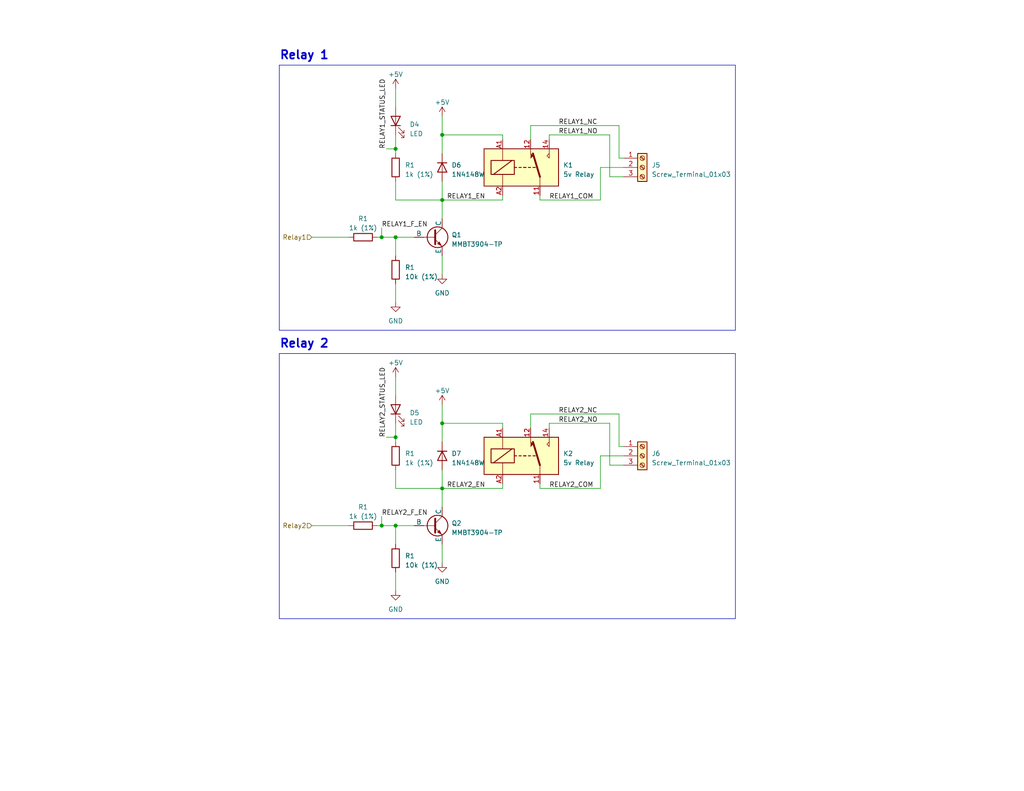
<source format=kicad_sch>
(kicad_sch (version 20230121) (generator eeschema)
  (paper "USLetter")
  (title_block (title "Kwartzlab Environmental Sensor") (date "2023-04-04") (rev "2") (company "Created By: Erin Reed (FireLabs - www.firelabs.ca)"))
  (lib_symbols
    (symbol "Connector:Screw_Terminal_01x03" (pin_names (offset 1.016) hide)
      (property "Reference" "J" (at 0 5.08 0))
      (property "Value" "Screw_Terminal_01x03" (at 0 -5.08 0))
      (symbol "Screw_Terminal_01x03_1_1"
        (rectangle (start -1.27 3.81) (end 1.27 -3.81) (stroke (width 0.254)) (fill (type background)))
        (circle (center 0 -2.54) (radius 0.635) (stroke (width 0.1524)))
        (polyline (pts (xy -0.5334 -2.2098) (xy 0.3302 -3.048)) (stroke (width 0.1524)))
        (polyline (pts (xy -0.5334 0.3302) (xy 0.3302 -0.508)) (stroke (width 0.1524)))
        (polyline (pts (xy -0.5334 2.8702) (xy 0.3302 2.032)) (stroke (width 0.1524)))
        (polyline (pts (xy -0.3556 -2.032) (xy 0.508 -2.8702)) (stroke (width 0.1524)))
        (polyline (pts (xy -0.3556 0.508) (xy 0.508 -0.3302)) (stroke (width 0.1524)))
        (polyline (pts (xy -0.3556 3.048) (xy 0.508 2.2098)) (stroke (width 0.1524)))
        (circle (center 0 0) (radius 0.635) (stroke (width 0.1524)))
        (circle (center 0 2.54) (radius 0.635) (stroke (width 0.1524)))
        (pin passive line (at -5.08 2.54 0) (length 3.81) (name "Pin_1") (number "1"))
        (pin passive line (at -5.08 0 0) (length 3.81) (name "Pin_2") (number "2"))
        (pin passive line (at -5.08 -2.54 0) (length 3.81) (name "Pin_3") (number "3"))
      )
    )
    (symbol "Device:D" (pin_numbers hide) (pin_names (offset 1.016) hide)
      (property "Reference" "D" (at 0 2.54 0))
      (property "Value" "D" (at 0 -2.54 0))
      (symbol "D_0_1"
        (polyline (pts (xy -1.27 1.27) (xy -1.27 -1.27)) (stroke (width 0.254)))
        (polyline (pts (xy 1.27 0) (xy -1.27 0)))
        (polyline (pts (xy 1.27 1.27) (xy 1.27 -1.27) (xy -1.27 0) (xy 1.27 1.27)) (stroke (width 0.254)))
      )
      (symbol "D_1_1"
        (pin passive line (at -3.81 0 0) (length 2.54) (name "K") (number "1"))
        (pin passive line (at 3.81 0 180) (length 2.54) (name "A") (number "2"))
      )
    )
    (symbol "Device:LED" (pin_numbers hide) (pin_names (offset 1.016) hide)
      (property "Reference" "D" (at 0 2.54 0))
      (property "Value" "LED" (at 0 -2.54 0))
      (symbol "LED_0_1"
        (polyline (pts (xy -1.27 -1.27) (xy -1.27 1.27)) (stroke (width 0.254)))
        (polyline (pts (xy -1.27 0) (xy 1.27 0)))
        (polyline (pts (xy 1.27 -1.27) (xy 1.27 1.27) (xy -1.27 0) (xy 1.27 -1.27)) (stroke (width 0.254)))
        (polyline (pts (xy -3.048 -0.762) (xy -4.572 -2.286) (xy -3.81 -2.286) (xy -4.572 -2.286) (xy -4.572 -1.524)))
        (polyline (pts (xy -1.778 -0.762) (xy -3.302 -2.286) (xy -2.54 -2.286) (xy -3.302 -2.286) (xy -3.302 -1.524)))
      )
      (symbol "LED_1_1"
        (pin passive line (at -3.81 0 0) (length 2.54) (name "K") (number "1"))
        (pin passive line (at 3.81 0 180) (length 2.54) (name "A") (number "2"))
      )
    )
    (symbol "Device:R" (pin_numbers hide) (pin_names (offset 0))
      (property "Reference" "R" (at 2.032 0 90))
      (property "Value" "R" (at 0 0 90))
      (symbol "R_0_1"
        (rectangle (start -1.016 -2.54) (end 1.016 2.54) (stroke (width 0.254)))
      )
      (symbol "R_1_1"
        (pin passive line (at 0 3.81 270) (length 1.27) (name "~") (number "1"))
        (pin passive line (at 0 -3.81 90) (length 1.27) (name "~") (number "2"))
      )
    )
    (symbol "Relay:FINDER-36.11"
      (property "Reference" "K" (at 11.43 3.81 0))
      (property "Value" "FINDER-36.11" (at 11.43 1.27 0))
      (symbol "FINDER-36.11_0_0"
        (polyline (pts (xy 2.54 3.81) (xy 2.54 5.08)))
        (polyline (pts (xy 7.62 3.81) (xy 7.62 5.08)))
        (polyline (pts (xy 7.62 3.81) (xy 7.62 2.54) (xy 6.985 3.175) (xy 7.62 3.81)))
      )
      (symbol "FINDER-36.11_0_1"
        (rectangle (start -10.16 5.08) (end 10.16 -5.08) (stroke (width 0.254)) (fill (type background)))
        (rectangle (start -8.255 1.905) (end -1.905 -1.905) (stroke (width 0.254)))
        (polyline (pts (xy -7.62 -1.905) (xy -2.54 1.905)) (stroke (width 0.254)))
        (polyline (pts (xy -5.08 -5.08) (xy -5.08 -1.905)))
        (polyline (pts (xy -5.08 5.08) (xy -5.08 1.905)))
        (polyline (pts (xy -1.905 0) (xy -1.27 0)) (stroke (width 0.254)))
        (polyline (pts (xy -0.635 0) (xy 0 0)) (stroke (width 0.254)))
        (polyline (pts (xy 0.635 0) (xy 1.27 0)) (stroke (width 0.254)))
        (polyline (pts (xy 0.635 0) (xy 1.27 0)) (stroke (width 0.254)))
        (polyline (pts (xy 1.905 0) (xy 2.54 0)) (stroke (width 0.254)))
        (polyline (pts (xy 3.175 0) (xy 3.81 0)) (stroke (width 0.254)))
        (polyline (pts (xy 5.08 -2.54) (xy 3.175 3.81)) (stroke (width 0.508)))
        (polyline (pts (xy 5.08 -2.54) (xy 5.08 -5.08)))
        (polyline (pts (xy 2.54 2.54) (xy 3.175 3.175) (xy 2.54 3.81)) (fill (type outline)))
      )
      (symbol "FINDER-36.11_1_1"
        (pin passive line (at 5.08 -7.62 90) (length 2.54) (name "~") (number "11"))
        (pin passive line (at 2.54 7.62 270) (length 2.54) (name "~") (number "12"))
        (pin passive line (at 7.62 7.62 270) (length 2.54) (name "~") (number "14"))
        (pin passive line (at -5.08 7.62 270) (length 2.54) (name "~") (number "A1"))
        (pin passive line (at -5.08 -7.62 90) (length 2.54) (name "~") (number "A2"))
      )
    )
    (symbol "Simulation_SPICE:NPN" (pin_numbers hide) (pin_names (offset 0))
      (property "Reference" "Q" (at -2.54 7.62 0))
      (property "Value" "NPN" (at -2.54 5.08 0))
      (symbol "NPN_0_1"
        (polyline (pts (xy -2.54 0) (xy 0.635 0)) (stroke (width 0.1524)))
        (polyline (pts (xy 0.635 0.635) (xy 2.54 2.54)))
        (polyline (pts (xy 2.794 -1.27) (xy 2.794 -1.27)) (stroke (width 0.1524)))
        (polyline (pts (xy 2.794 -1.27) (xy 2.794 -1.27)) (stroke (width 0.1524)))
        (polyline (pts (xy 0.635 -0.635) (xy 2.54 -2.54) (xy 2.54 -2.54)))
        (polyline (pts (xy 0.635 1.905) (xy 0.635 -1.905) (xy 0.635 -1.905)) (stroke (width 0.508)))
        (polyline (pts (xy 1.27 -1.778) (xy 1.778 -1.27) (xy 2.286 -2.286) (xy 1.27 -1.778) (xy 1.27 -1.778)) (fill (type outline)))
        (circle (center 1.27 0) (radius 2.8194) (stroke (width 0.254)))
      )
      (symbol "NPN_1_1"
        (pin open_collector line (at 2.54 5.08 270) (length 2.54) (name "C") (number "1"))
        (pin input line (at -5.08 0 0) (length 2.54) (name "B") (number "2"))
        (pin open_emitter line (at 2.54 -5.08 90) (length 2.54) (name "E") (number "3"))
      )
    )
    (symbol "power:+5V" (power) (pin_names (offset 0))
      (property "Value" "+5V" (at 0 3.556 0))
      (symbol "+5V_0_1"
        (polyline (pts (xy -0.762 1.27) (xy 0 2.54)))
        (polyline (pts (xy 0 0) (xy 0 2.54)))
        (polyline (pts (xy 0 2.54) (xy 0.762 1.27)))
      )
      (symbol "+5V_1_1"
        (pin power_in line (at 0 0 90) (length 0) hide (name "+5V") (number "1"))
      )
    )
    (symbol "power:GND" (power) (pin_names (offset 0))
      (property "Value" "GND" (at 0 -3.81 0))
      (symbol "GND_0_1"
        (polyline (pts (xy 0 0) (xy 0 -1.27) (xy 1.27 -1.27) (xy 0 -2.54) (xy -1.27 -1.27) (xy 0 -1.27)))
      )
      (symbol "GND_1_1"
        (pin power_in line (at 0 0 270) (length 0) hide (name "GND") (number "1"))
      )
    )
  )
  (junction (at 107.95 40.64))
  (junction (at 107.95 143.51))
  (junction (at 120.65 133.35))
  (junction (at 104.14 143.51))
  (junction (at 104.14 64.77))
  (junction (at 107.95 119.38))
  (junction (at 120.65 36.83))
  (junction (at 107.95 64.77))
  (junction (at 120.65 115.57))
  (junction (at 120.65 54.61))
  (wire (pts (xy 137.16 132.08) (xy 137.16 133.35)))
  (wire (pts (xy 107.95 115.57) (xy 107.95 119.38)))
  (wire (pts (xy 107.95 49.53) (xy 107.95 54.61)))
  (wire (pts (xy 107.95 36.83) (xy 107.95 40.64)))
  (wire (pts (xy 163.83 133.35) (xy 163.83 124.46)))
  (wire (pts (xy 166.37 48.26) (xy 166.37 36.83)))
  (wire (pts (xy 168.91 43.18) (xy 168.91 34.29)))
  (wire (pts (xy 120.65 133.35) (xy 120.65 138.43)))
  (wire (pts (xy 166.37 36.83) (xy 149.86 36.83)))
  (wire (pts (xy 107.95 64.77) (xy 107.95 69.85)))
  (wire (pts (xy 107.95 143.51) (xy 113.03 143.51)))
  (wire (pts (xy 105.41 40.64) (xy 107.95 40.64)))
  (wire (pts (xy 107.95 133.35) (xy 120.65 133.35)))
  (wire (pts (xy 120.65 54.61) (xy 137.16 54.61)))
  (wire (pts (xy 120.65 69.85) (xy 120.65 74.93)))
  (wire (pts (xy 163.83 45.72) (xy 170.18 45.72)))
  (wire (pts (xy 168.91 121.92) (xy 168.91 113.03)))
  (wire (pts (xy 137.16 116.84) (xy 137.16 115.57)))
  (wire (pts (xy 168.91 113.03) (xy 144.78 113.03)))
  (wire (pts (xy 166.37 127) (xy 166.37 115.57)))
  (wire (pts (xy 170.18 127) (xy 166.37 127)))
  (wire (pts (xy 104.14 64.77) (xy 107.95 64.77)))
  (wire (pts (xy 147.32 54.61) (xy 163.83 54.61)))
  (wire (pts (xy 120.65 31.75) (xy 120.65 36.83)))
  (wire (pts (xy 120.65 54.61) (xy 120.65 59.69)))
  (wire (pts (xy 107.95 77.47) (xy 107.95 82.55)))
  (wire (pts (xy 120.65 128.27) (xy 120.65 133.35)))
  (wire (pts (xy 107.95 54.61) (xy 120.65 54.61)))
  (wire (pts (xy 149.86 36.83) (xy 149.86 38.1)))
  (wire (pts (xy 170.18 48.26) (xy 166.37 48.26)))
  (wire (pts (xy 168.91 43.18) (xy 170.18 43.18)))
  (wire (pts (xy 120.65 133.35) (xy 137.16 133.35)))
  (wire (pts (xy 137.16 53.34) (xy 137.16 54.61)))
  (wire (pts (xy 107.95 156.21) (xy 107.95 161.29)))
  (wire (pts (xy 105.41 119.38) (xy 107.95 119.38)))
  (wire (pts (xy 104.14 140.97) (xy 104.14 143.51)))
  (wire (pts (xy 168.91 121.92) (xy 170.18 121.92)))
  (wire (pts (xy 147.32 53.34) (xy 147.32 54.61)))
  (wire (pts (xy 144.78 113.03) (xy 144.78 116.84)))
  (wire (pts (xy 120.65 49.53) (xy 120.65 54.61)))
  (wire (pts (xy 120.65 110.49) (xy 120.65 115.57)))
  (wire (pts (xy 107.95 24.13) (xy 107.95 29.21)))
  (wire (pts (xy 120.65 36.83) (xy 120.65 41.91)))
  (wire (pts (xy 137.16 38.1) (xy 137.16 36.83)))
  (wire (pts (xy 120.65 148.59) (xy 120.65 153.67)))
  (wire (pts (xy 107.95 128.27) (xy 107.95 133.35)))
  (wire (pts (xy 102.87 143.51) (xy 104.14 143.51)))
  (wire (pts (xy 137.16 115.57) (xy 120.65 115.57)))
  (wire (pts (xy 107.95 40.64) (xy 107.95 41.91)))
  (wire (pts (xy 104.14 62.23) (xy 104.14 64.77)))
  (wire (pts (xy 107.95 102.87) (xy 107.95 107.95)))
  (wire (pts (xy 120.65 115.57) (xy 120.65 120.65)))
  (wire (pts (xy 149.86 115.57) (xy 149.86 116.84)))
  (wire (pts (xy 85.09 64.77) (xy 95.25 64.77)))
  (wire (pts (xy 137.16 36.83) (xy 120.65 36.83)))
  (wire (pts (xy 147.32 133.35) (xy 163.83 133.35)))
  (wire (pts (xy 107.95 119.38) (xy 107.95 120.65)))
  (wire (pts (xy 102.87 64.77) (xy 104.14 64.77)))
  (wire (pts (xy 166.37 115.57) (xy 149.86 115.57)))
  (wire (pts (xy 147.32 132.08) (xy 147.32 133.35)))
  (wire (pts (xy 163.83 54.61) (xy 163.83 45.72)))
  (wire (pts (xy 107.95 143.51) (xy 107.95 148.59)))
  (wire (pts (xy 85.09 143.51) (xy 95.25 143.51)))
  (wire (pts (xy 168.91 34.29) (xy 144.78 34.29)))
  (wire (pts (xy 144.78 34.29) (xy 144.78 38.1)))
  (wire (pts (xy 107.95 64.77) (xy 113.03 64.77)))
  (wire (pts (xy 163.83 124.46) (xy 170.18 124.46)))
  (wire (pts (xy 104.14 143.51) (xy 107.95 143.51)))
  (rectangle (start 76.2 96.52) (end 200.66 168.91))
  (rectangle (start 76.2 17.78) (end 200.66 90.17))
  (text "Relay 2" (at 76.2 95.25 0) (effects (font (size 2.27 2.27) (thickness 0.454) bold) (justify left bottom)))
  (text "Relay 1" (at 76.2 16.51 0) (effects (font (size 2.27 2.27) (thickness 0.454) bold) (justify left bottom)))
  (label "RELAY2_STATUS_LED" (at 105.41 119.38 90))
  (label "RELAY1_NC" (at 152.4 34.29 0))
  (label "RELAY1_COM" (at 149.86 54.61 0))
  (label "RELAY1_EN" (at 121.92 54.61 0))
  (label "RELAY1_NO" (at 152.4 36.83 0))
  (label "RELAY1_F_EN" (at 104.14 62.23 0))
  (label "RELAY2_EN" (at 121.92 133.35 0))
  (label "RELAY2_F_EN" (at 104.14 140.97 0))
  (label "RELAY2_COM" (at 149.86 133.35 0))
  (label "RELAY2_NO" (at 152.4 115.57 0))
  (label "RELAY1_STATUS_LED" (at 105.41 40.64 90))
  (label "RELAY2_NC" (at 152.4 113.03 0))
  (hierarchical_label "Relay1" (shape input) (at 85.09 64.77 180))
  (hierarchical_label "Relay2" (shape input) (at 85.09 143.51 180))
  (symbol (lib_id "Device:R") (at 99.06 64.77 90) (unit 1)
    (property "Reference" "R1" (at 99.06 59.69 90))
    (property "Value" "1k (1%)" (at 99.06 62.23 90))
    (property "Footprint" "PCM_Resistor_SMD_AKL:R_0603_1608Metric" (effects hide))
    (instances (project "KwartzLab-SensorBoard-Rev2" (path "" (reference "R1") (unit 1)) (path "" (reference "R8") (unit 1))) (project "ic_esp32_wroom_32" (path "" (reference "R1") (unit 1))) (project "ic_esp32_c3_mini" (path "" (reference "R?") (unit 1))))
  )
  (symbol (lib_id "power:+5V") (at 120.65 110.49 0) (unit 1)
    (property "Reference" "#PWR055" (effects hide))
    (property "Value" "+5V" (at 120.65 106.68 0))
  )
  (symbol (lib_id "power:+5V") (at 107.95 24.13 0) (unit 1)
    (property "Reference" "#PWR049" (effects hide))
    (property "Value" "+5V" (at 107.95 20.32 0))
  )
  (symbol (lib_id "Relay:FINDER-36.11") (at 142.24 45.72 0) (unit 1)
    (property "Reference" "K1" (at 153.67 45.085 0) (effects (justify left)))
    (property "Value" "5v Relay" (at 153.67 47.625 0) (effects (justify left)))
    (property "Footprint" "Relay_THT:Relay_SPDT_Finder_36.11" (effects hide))
    (property "Datasheet" "https://gfinder.findernet.com/public/attachments/36/EN/S36EN.pdf" (effects hide))
  )
  (symbol (lib_id "Relay:FINDER-36.11") (at 142.24 124.46 0) (unit 1)
    (property "Reference" "K2" (at 153.67 123.825 0) (effects (justify left)))
    (property "Value" "5v Relay" (at 153.67 126.365 0) (effects (justify left)))
    (property "Footprint" "Relay_THT:Relay_SPDT_Finder_36.11" (effects hide))
    (property "Datasheet" "https://gfinder.findernet.com/public/attachments/36/EN/S36EN.pdf" (effects hide))
  )
  (symbol (lib_id "Device:R") (at 107.95 73.66 180) (unit 1)
    (property "Reference" "R1" (at 110.49 73.025 0) (effects (justify right)))
    (property "Value" "10k (1%)" (at 110.49 75.565 0) (effects (justify right)))
    (property "Footprint" "PCM_Resistor_SMD_AKL:R_0603_1608Metric" (effects hide))
    (instances (project "KwartzLab-SensorBoard-Rev2" (path "" (reference "R1") (unit 1)) (path "" (reference "R11") (unit 1))) (project "ic_esp32_wroom_32" (path "" (reference "R1") (unit 1))) (project "ic_esp32_c3_mini" (path "" (reference "R?") (unit 1))))
  )
  (symbol (lib_id "power:GND") (at 107.95 161.29 0) (unit 1)
    (property "Reference" "#PWR052" (effects hide))
    (property "Value" "GND" (at 107.95 166.37 0))
  )
  (symbol (lib_id "power:GND") (at 107.95 82.55 0) (unit 1)
    (property "Reference" "#PWR050" (effects hide))
    (property "Value" "GND" (at 107.95 87.63 0))
  )
  (symbol (lib_id "Simulation_SPICE:NPN") (at 118.11 64.77 0) (unit 1)
    (property "Reference" "Q1" (at 123.19 64.135 0) (effects (justify left)))
    (property "Value" "MMBT3904-TP" (at 123.19 66.675 0) (effects (justify left)))
    (property "Footprint" "Package_TO_SOT_SMD:SOT-23" (effects hide))
    (property "Sim.Device" "NPN" (effects hide))
    (property "Sim.Type" "GUMMELPOON" (effects hide))
    (property "Sim.Pins" "1=C 2=B 3=E" (effects hide))
  )
  (symbol (lib_id "power:GND") (at 120.65 74.93 0) (unit 1)
    (property "Reference" "#PWR054" (effects hide))
    (property "Value" "GND" (at 120.65 80.01 0))
  )
  (symbol (lib_id "Device:R") (at 107.95 45.72 0) (unit 1)
    (property "Reference" "R1" (at 110.49 45.085 0) (effects (justify left)))
    (property "Value" "1k (1%)" (at 110.49 47.625 0) (effects (justify left)))
    (property "Footprint" "PCM_Resistor_SMD_AKL:R_0603_1608Metric" (effects hide))
    (instances (project "KwartzLab-SensorBoard-Rev2" (path "" (reference "R1") (unit 1)) (path "" (reference "R10") (unit 1))) (project "ic_esp32_wroom_32" (path "" (reference "R1") (unit 1))) (project "ic_esp32_c3_mini" (path "" (reference "R?") (unit 1))))
  )
  (symbol (lib_id "Device:LED") (at 107.95 33.02 90) (unit 1)
    (property "Reference" "D4" (at 111.76 33.9725 90) (effects (justify right)))
    (property "Value" "LED" (at 111.76 36.5125 90) (effects (justify right)))
    (property "Footprint" "LED_SMD:LED_1206_3216Metric" (effects hide))
  )
  (symbol (lib_id "Connector:Screw_Terminal_01x03") (at 175.26 45.72 0) (unit 1)
    (property "Reference" "J5" (at 177.8 45.085 0) (effects (justify left)))
    (property "Value" "Screw_Terminal_01x03" (at 177.8 47.625 0) (effects (justify left)))
    (property "Footprint" "TerminalBlock_Phoenix:TerminalBlock_Phoenix_MKDS-1,5-3-5.08_1x03_P5.08mm_Horizontal" (effects hide))
  )
  (symbol (lib_id "Device:R") (at 107.95 124.46 0) (unit 1)
    (property "Reference" "R1" (at 110.49 123.825 0) (effects (justify left)))
    (property "Value" "1k (1%)" (at 110.49 126.365 0) (effects (justify left)))
    (property "Footprint" "PCM_Resistor_SMD_AKL:R_0603_1608Metric" (effects hide))
    (instances (project "KwartzLab-SensorBoard-Rev2" (path "" (reference "R1") (unit 1)) (path "" (reference "R12") (unit 1))) (project "ic_esp32_wroom_32" (path "" (reference "R1") (unit 1))) (project "ic_esp32_c3_mini" (path "" (reference "R?") (unit 1))))
  )
  (symbol (lib_id "Device:R") (at 107.95 152.4 180) (unit 1)
    (property "Reference" "R1" (at 110.49 151.765 0) (effects (justify right)))
    (property "Value" "10k (1%)" (at 110.49 154.305 0) (effects (justify right)))
    (property "Footprint" "PCM_Resistor_SMD_AKL:R_0603_1608Metric" (effects hide))
    (instances (project "KwartzLab-SensorBoard-Rev2" (path "" (reference "R1") (unit 1)) (path "" (reference "R13") (unit 1))) (project "ic_esp32_wroom_32" (path "" (reference "R1") (unit 1))) (project "ic_esp32_c3_mini" (path "" (reference "R?") (unit 1))))
  )
  (symbol (lib_id "Device:D") (at 120.65 124.46 270) (unit 1)
    (property "Reference" "D7" (at 123.19 123.825 90) (effects (justify left)))
    (property "Value" "1N4148W" (at 123.19 126.365 90) (effects (justify left)))
    (property "Footprint" "Diode_SMD:D_SOD-123" (effects hide))
    (property "Sim.Device" "D" (effects hide))
    (property "Sim.Pins" "1=K 2=A" (effects hide))
  )
  (symbol (lib_id "Device:LED") (at 107.95 111.76 90) (unit 1)
    (property "Reference" "D5" (at 111.76 112.7125 90) (effects (justify right)))
    (property "Value" "LED" (at 111.76 115.2525 90) (effects (justify right)))
    (property "Footprint" "LED_SMD:LED_1206_3216Metric" (effects hide))
  )
  (symbol (lib_id "Simulation_SPICE:NPN") (at 118.11 143.51 0) (unit 1)
    (property "Reference" "Q2" (at 123.19 142.875 0) (effects (justify left)))
    (property "Value" "MMBT3904-TP" (at 123.19 145.415 0) (effects (justify left)))
    (property "Footprint" "Package_TO_SOT_SMD:SOT-23" (effects hide))
    (property "Sim.Device" "NPN" (effects hide))
    (property "Sim.Type" "GUMMELPOON" (effects hide))
    (property "Sim.Pins" "1=C 2=B 3=E" (effects hide))
  )
  (symbol (lib_id "power:+5V") (at 107.95 102.87 0) (unit 1)
    (property "Reference" "#PWR051" (effects hide))
    (property "Value" "+5V" (at 107.95 99.06 0))
  )
  (symbol (lib_id "Device:R") (at 99.06 143.51 90) (unit 1)
    (property "Reference" "R1" (at 99.06 138.43 90))
    (property "Value" "1k (1%)" (at 99.06 140.97 90))
    (property "Footprint" "PCM_Resistor_SMD_AKL:R_0603_1608Metric" (effects hide))
    (instances (project "KwartzLab-SensorBoard-Rev2" (path "" (reference "R1") (unit 1)) (path "" (reference "R9") (unit 1))) (project "ic_esp32_wroom_32" (path "" (reference "R1") (unit 1))) (project "ic_esp32_c3_mini" (path "" (reference "R?") (unit 1))))
  )
  (symbol (lib_id "Device:D") (at 120.65 45.72 270) (unit 1)
    (property "Reference" "D6" (at 123.19 45.085 90) (effects (justify left)))
    (property "Value" "1N4148W" (at 123.19 47.625 90) (effects (justify left)))
    (property "Footprint" "Diode_SMD:D_SOD-123" (effects hide))
    (property "Sim.Device" "D" (effects hide))
    (property "Sim.Pins" "1=K 2=A" (effects hide))
  )
  (symbol (lib_id "Connector:Screw_Terminal_01x03") (at 175.26 124.46 0) (unit 1)
    (property "Reference" "J6" (at 177.8 123.825 0) (effects (justify left)))
    (property "Value" "Screw_Terminal_01x03" (at 177.8 126.365 0) (effects (justify left)))
    (property "Footprint" "TerminalBlock_Phoenix:TerminalBlock_Phoenix_MKDS-1,5-3-5.08_1x03_P5.08mm_Horizontal" (effects hide))
  )
  (symbol (lib_id "power:GND") (at 120.65 153.67 0) (unit 1)
    (property "Reference" "#PWR056" (effects hide))
    (property "Value" "GND" (at 120.65 158.75 0))
  )
  (symbol (lib_id "power:+5V") (at 120.65 31.75 0) (unit 1)
    (property "Reference" "#PWR053" (effects hide))
    (property "Value" "+5V" (at 120.65 27.94 0))
  )
)
</source>
